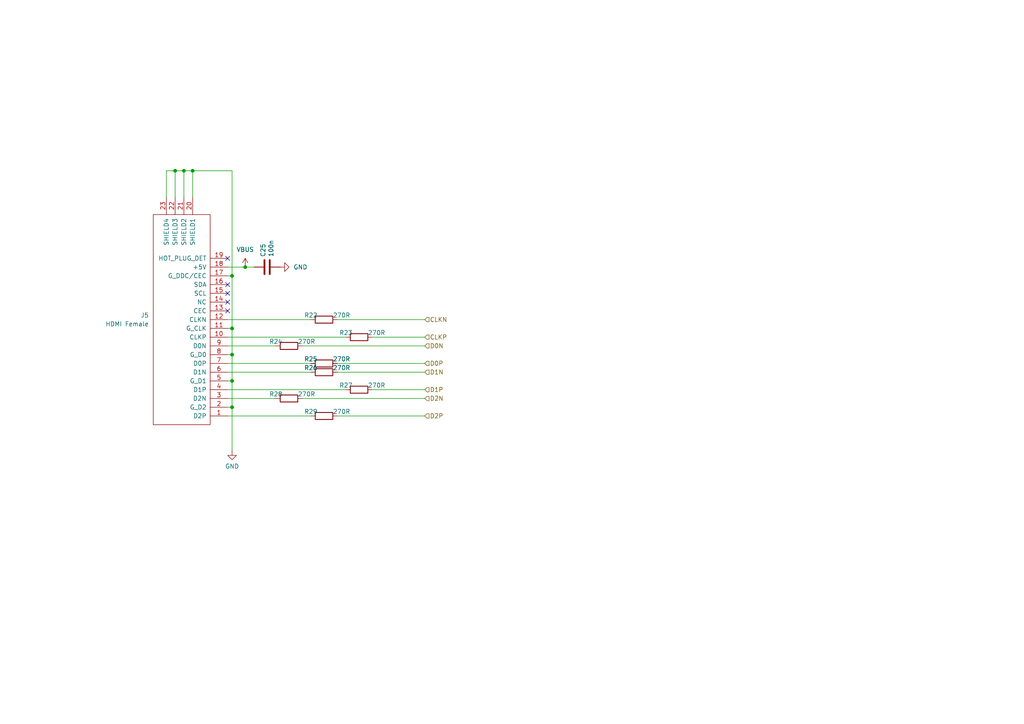
<source format=kicad_sch>
(kicad_sch (version 20250114) (generator "eeschema") (generator_version "9.0")
  (paper "A4")
  (title_block (title "${NAME}") (date "2025-05-25") (rev "${VERSION}") (company "Mikhail Matveev") (comment 1 "https://github.com/xtremespb/frank"))
  (lib_symbols
    (symbol "Device:C" (pin_numbers (hide yes)) (pin_names (offset 0.254))
      (property "Reference" "C" (at 0.635 2.54 0))
      (property "Value" "C" (at 0.635 -2.54 0))
      (symbol "C_0_1"
        (polyline (pts (xy -2.032 0.762) (xy 2.032 0.762)) (stroke (width 0.508)))
        (polyline (pts (xy -2.032 -0.762) (xy 2.032 -0.762)) (stroke (width 0.508)))
      )
      (symbol "C_1_1"
        (pin passive line (at 0 3.81 270) (length 2.794) (name "~") (number "1"))
        (pin passive line (at 0 -3.81 90) (length 2.794) (name "~") (number "2"))
      )
    )
    (symbol "Device:R" (pin_numbers (hide yes)) (pin_names (offset 0))
      (property "Reference" "R" (at 2.032 0 90))
      (property "Value" "R" (at 0 0 90))
      (symbol "R_0_1"
        (rectangle (start -1.016 -2.54) (end 1.016 2.54) (stroke (width 0.254)))
      )
      (symbol "R_1_1"
        (pin passive line (at 0 3.81 270) (length 1.27) (name "~") (number "1"))
        (pin passive line (at 0 -3.81 90) (length 1.27) (name "~") (number "2"))
      )
    )
    (symbol "FRANK:HDMI" (pin_names (offset 1.016))
      (property "Reference" "HDMI1" (at 12.7 -16.5101 0))
      (property "Value" "HDMI" (at 12.7 -13.9701 0))
      (symbol "HDMI_0_1"
        (rectangle (start -5.08 15.24) (end 11.43 -45.72))
      )
      (symbol "HDMI_1_1"
        (pin input line (at -10.16 12.7 0) (length 5.08) (name "D2P") (number "1"))
        (pin input line (at -10.16 10.16 0) (length 5.08) (name "G_D2") (number "2"))
        (pin input line (at -10.16 7.62 0) (length 5.08) (name "D2N") (number "3"))
        (pin input line (at -10.16 5.08 0) (length 5.08) (name "D1P") (number "4"))
        (pin input line (at -10.16 2.54 0) (length 5.08) (name "G_D1") (number "5"))
        (pin input line (at -10.16 0 0) (length 5.08) (name "D1N") (number "6"))
        (pin input line (at -10.16 -2.54 0) (length 5.08) (name "D0P") (number "7"))
        (pin input line (at -10.16 -5.08 0) (length 5.08) (name "G_D0") (number "8"))
        (pin input line (at -10.16 -7.62 0) (length 5.08) (name "D0N") (number "9"))
        (pin input line (at -10.16 -10.16 0) (length 5.08) (name "CLKP") (number "10"))
        (pin input line (at -10.16 -12.7 0) (length 5.08) (name "G_CLK") (number "11"))
        (pin input line (at -10.16 -15.24 0) (length 5.08) (name "CLKN") (number "12"))
        (pin input line (at -10.16 -17.78 0) (length 5.08) (name "CEC") (number "13"))
        (pin input line (at -10.16 -20.32 0) (length 5.08) (name "NC") (number "14"))
        (pin input line (at -10.16 -22.86 0) (length 5.08) (name "SCL") (number "15"))
        (pin input line (at -10.16 -25.4 0) (length 5.08) (name "SDA") (number "16"))
        (pin input line (at -10.16 -27.94 0) (length 5.08) (name "G_DDC/CEC") (number "17"))
        (pin input line (at -10.16 -30.48 0) (length 5.08) (name "+5V") (number "18"))
        (pin input line (at -10.16 -33.02 0) (length 5.08) (name "HOT_PLUG_DET") (number "19"))
        (pin input line (at 0 -50.8 90) (length 5.08) (name "SHIELD1") (number "20"))
        (pin input line (at 2.54 -50.8 90) (length 5.08) (name "SHIELD2") (number "21"))
        (pin input line (at 5.08 -50.8 90) (length 5.08) (name "SHIELD3") (number "22"))
        (pin input line (at 7.62 -50.8 90) (length 5.08) (name "SHIELD4") (number "23"))
      )
    )
    (symbol "GND_1" (power) (pin_numbers (hide yes)) (pin_names (offset 0) (hide yes))
      (property "Value" "GND" (at 0 -3.81 0))
      (symbol "GND_1_0_1"
        (polyline (pts (xy 0 0) (xy 0 -1.27) (xy 1.27 -1.27) (xy 0 -2.54) (xy -1.27 -1.27) (xy 0 -1.27)))
      )
      (symbol "GND_1_1_1"
        (pin power_in line (at 0 0 270) (length 0) (name "~") (number "1"))
      )
    )
    (symbol "power:GND" (power) (pin_numbers (hide yes)) (pin_names (offset 0) (hide yes))
      (property "Value" "GND" (at 0 -3.81 0))
      (symbol "GND_0_1"
        (polyline (pts (xy 0 0) (xy 0 -1.27) (xy 1.27 -1.27) (xy 0 -2.54) (xy -1.27 -1.27) (xy 0 -1.27)))
      )
      (symbol "GND_1_1"
        (pin power_in line (at 0 0 270) (length 0) (name "~") (number "1"))
      )
    )
    (symbol "power:VBUS" (power) (pin_numbers (hide yes)) (pin_names (offset 0) (hide yes))
      (property "Value" "VBUS" (at 0 3.556 0))
      (symbol "VBUS_0_1"
        (polyline (pts (xy -0.762 1.27) (xy 0 2.54)))
        (polyline (pts (xy 0 2.54) (xy 0.762 1.27)))
        (polyline (pts (xy 0 0) (xy 0 2.54)))
      )
      (symbol "VBUS_1_1"
        (pin power_in line (at 0 0 90) (length 0) (name "~") (number "1"))
      )
    )
  )
  (junction (at 71.12 77.47))
  (junction (at 67.31 110.49))
  (junction (at 50.8 49.53))
  (junction (at 67.31 80.01))
  (junction (at 67.31 95.25))
  (junction (at 67.31 118.11))
  (junction (at 55.88 49.53))
  (junction (at 67.31 102.87))
  (junction (at 53.34 49.53))
  (no_connect (at 66.04 90.17))
  (no_connect (at 66.04 85.09))
  (no_connect (at 66.04 87.63))
  (no_connect (at 66.04 74.93))
  (no_connect (at 66.04 82.55))
  (wire (pts (xy 66.04 95.25) (xy 67.31 95.25)))
  (wire (pts (xy 67.31 110.49) (xy 67.31 118.11)))
  (wire (pts (xy 66.04 105.41) (xy 90.17 105.41)))
  (wire (pts (xy 87.63 115.57) (xy 123.19 115.57)))
  (wire (pts (xy 66.04 120.65) (xy 90.17 120.65)))
  (wire (pts (xy 66.04 102.87) (xy 67.31 102.87)))
  (wire (pts (xy 67.31 49.53) (xy 55.88 49.53)))
  (wire (pts (xy 53.34 49.53) (xy 53.34 57.15)))
  (wire (pts (xy 87.63 100.33) (xy 123.19 100.33)))
  (wire (pts (xy 55.88 49.53) (xy 53.34 49.53)))
  (wire (pts (xy 107.95 113.03) (xy 123.19 113.03)))
  (wire (pts (xy 67.31 102.87) (xy 67.31 110.49)))
  (wire (pts (xy 67.31 95.25) (xy 67.31 102.87)))
  (wire (pts (xy 97.79 107.95) (xy 123.19 107.95)))
  (wire (pts (xy 50.8 49.53) (xy 50.8 57.15)))
  (wire (pts (xy 66.04 92.71) (xy 90.17 92.71)))
  (wire (pts (xy 66.04 77.47) (xy 71.12 77.47)))
  (wire (pts (xy 66.04 113.03) (xy 100.33 113.03)))
  (wire (pts (xy 66.04 118.11) (xy 67.31 118.11)))
  (wire (pts (xy 67.31 118.11) (xy 67.31 130.81)))
  (wire (pts (xy 97.79 92.71) (xy 123.19 92.71)))
  (wire (pts (xy 97.79 105.41) (xy 123.19 105.41)))
  (wire (pts (xy 67.31 95.25) (xy 67.31 80.01)))
  (wire (pts (xy 50.8 49.53) (xy 48.26 49.53)))
  (wire (pts (xy 66.04 110.49) (xy 67.31 110.49)))
  (wire (pts (xy 66.04 80.01) (xy 67.31 80.01)))
  (wire (pts (xy 66.04 97.79) (xy 100.33 97.79)))
  (wire (pts (xy 67.31 80.01) (xy 67.31 49.53)))
  (wire (pts (xy 71.12 77.47) (xy 73.66 77.47)))
  (wire (pts (xy 107.95 97.79) (xy 123.19 97.79)))
  (wire (pts (xy 66.04 115.57) (xy 80.01 115.57)))
  (wire (pts (xy 53.34 49.53) (xy 50.8 49.53)))
  (wire (pts (xy 66.04 107.95) (xy 90.17 107.95)))
  (wire (pts (xy 48.26 49.53) (xy 48.26 57.15)))
  (wire (pts (xy 55.88 49.53) (xy 55.88 57.15)))
  (wire (pts (xy 97.79 120.65) (xy 123.19 120.65)))
  (wire (pts (xy 66.04 100.33) (xy 80.01 100.33)))
  (hierarchical_label "D2P" (shape input) (at 123.19 120.65 0))
  (hierarchical_label "CLKP" (shape input) (at 123.19 97.79 0))
  (hierarchical_label "D2N" (shape input) (at 123.19 115.57 0))
  (hierarchical_label "CLKN" (shape input) (at 123.19 92.71 0))
  (hierarchical_label "D0P" (shape input) (at 123.19 105.41 0))
  (hierarchical_label "D1P" (shape input) (at 123.19 113.03 0))
  (hierarchical_label "D0N" (shape input) (at 123.19 100.33 0))
  (hierarchical_label "D1N" (shape input) (at 123.19 107.95 0))
  (symbol (lib_id "Device:R") (at 93.98 105.41 90) (unit 1)
    (property "Reference" "R25" (at 90.17 104.14 90))
    (property "Value" "270R" (at 99.06 104.14 90))
    (property "Footprint" "FRANK:Resistor (0805)" (effects (hide yes)))
    (property "Datasheet" "https://www.vishay.com/docs/28952/mcs0402at-mct0603at-mcu0805at-mca1206at.pdf" (effects (hide yes)))
    (property "AliExpress" "https://www.aliexpress.com/item/1005005945735199.html" (effects (hide yes)))
  )
  (symbol (lib_id "Device:R") (at 104.14 113.03 90) (unit 1)
    (property "Reference" "R27" (at 100.33 111.76 90))
    (property "Value" "270R" (at 109.22 111.76 90))
    (property "Footprint" "FRANK:Resistor (0805)" (effects (hide yes)))
    (property "Datasheet" "https://www.vishay.com/docs/28952/mcs0402at-mct0603at-mcu0805at-mca1206at.pdf" (effects (hide yes)))
    (property "AliExpress" "https://www.aliexpress.com/item/1005005945735199.html" (effects (hide yes)))
  )
  (symbol (lib_id "Device:R") (at 93.98 92.71 90) (unit 1)
    (property "Reference" "R22" (at 90.17 91.44 90))
    (property "Value" "270R" (at 99.06 91.44 90))
    (property "Footprint" "FRANK:Resistor (0805)" (effects (hide yes)))
    (property "Datasheet" "https://www.vishay.com/docs/28952/mcs0402at-mct0603at-mcu0805at-mca1206at.pdf" (effects (hide yes)))
    (property "AliExpress" "https://www.aliexpress.com/item/1005005945735199.html" (effects (hide yes)))
  )
  (symbol (lib_id "power:VBUS") (at 71.12 77.47 0) (unit 1)
    (property "Reference" "#PWR062" (effects (hide yes)))
    (property "Value" "VBUS" (at 71.12 72.39 0))
    (property "Description" "Power symbol creates a global label with name \"VBUS\"" (effects (hide yes)))
  )
  (symbol (lib_id "Device:R") (at 93.98 107.95 90) (unit 1)
    (property "Reference" "R26" (at 90.17 106.68 90))
    (property "Value" "270R" (at 99.06 106.68 90))
    (property "Footprint" "FRANK:Resistor (0805)" (effects (hide yes)))
    (property "Datasheet" "https://www.vishay.com/docs/28952/mcs0402at-mct0603at-mcu0805at-mca1206at.pdf" (effects (hide yes)))
    (property "AliExpress" "https://www.aliexpress.com/item/1005005945735199.html" (effects (hide yes)))
  )
  (symbol (lib_id "Device:C") (at 77.47 77.47 90) (unit 1)
    (property "Reference" "C25" (at 76.3016 74.549 0) (effects (justify left)))
    (property "Value" "100n" (at 78.613 74.549 0) (effects (justify left)))
    (property "Footprint" "FRANK:Capacitor (0805)" (effects (hide yes)))
    (property "Datasheet" "https://eu.mouser.com/datasheet/2/40/KGM_X7R-3223212.pdf" (effects (hide yes)))
    (property "AliExpress" "https://www.aliexpress.com/item/33008008276.html" (effects (hide yes)))
  )
  (symbol (lib_id "Device:R") (at 83.82 100.33 90) (unit 1)
    (property "Reference" "R24" (at 80.01 99.06 90))
    (property "Value" "270R" (at 88.9 99.06 90))
    (property "Footprint" "FRANK:Resistor (0805)" (effects (hide yes)))
    (property "Datasheet" "https://www.vishay.com/docs/28952/mcs0402at-mct0603at-mcu0805at-mca1206at.pdf" (effects (hide yes)))
    (property "AliExpress" "https://www.aliexpress.com/item/1005005945735199.html" (effects (hide yes)))
  )
  (symbol (lib_id "power:GND") (at 67.31 130.81 0) (unit 1)
    (property "Reference" "#PWR064" (effects (hide yes)))
    (property "Value" "GND" (at 67.31 135.2534 0))
    (property "Description" "Power symbol creates a global label with name \"GND\" , ground" (effects (hide yes)))
  )
  (symbol (lib_name "GND_1") (lib_id "power:GND") (at 81.28 77.47 90) (unit 1)
    (property "Reference" "#PWR063" (effects (hide yes)))
    (property "Value" "GND" (at 85.09 77.4699 90) (effects (justify right)))
    (property "Description" "Power symbol creates a global label with name \"GND\" , ground" (effects (hide yes)))
  )
  (symbol (lib_id "Device:R") (at 104.14 97.79 90) (unit 1)
    (property "Reference" "R23" (at 100.33 96.52 90))
    (property "Value" "270R" (at 109.22 96.52 90))
    (property "Footprint" "FRANK:Resistor (0805)" (effects (hide yes)))
    (property "Datasheet" "https://www.vishay.com/docs/28952/mcs0402at-mct0603at-mcu0805at-mca1206at.pdf" (effects (hide yes)))
    (property "AliExpress" "https://www.aliexpress.com/item/1005005945735199.html" (effects (hide yes)))
  )
  (symbol (lib_id "FRANK:HDMI") (at 55.88 107.95 180) (unit 1)
    (property "Reference" "J5" (at 43.18 91.4399 0) (effects (justify left)))
    (property "Value" "HDMI Female" (at 43.18 93.9799 0) (effects (justify left)))
    (property "Footprint" "FRANK:HDMI (female)" (effects (hide yes)))
    (property "Datasheet" "https://eu.mouser.com/datasheet/2/418/8/ENG_CD_1747981_G-2018509.pdf" (effects (hide yes)))
    (property "AliExpress" "https://www.aliexpress.com/item/1005005248842433.html" (effects (hide yes)))
  )
  (symbol (lib_id "Device:R") (at 93.98 120.65 90) (unit 1)
    (property "Reference" "R29" (at 90.17 119.38 90))
    (property "Value" "270R" (at 99.06 119.38 90))
    (property "Footprint" "FRANK:Resistor (0805)" (effects (hide yes)))
    (property "Datasheet" "https://www.vishay.com/docs/28952/mcs0402at-mct0603at-mcu0805at-mca1206at.pdf" (effects (hide yes)))
    (property "AliExpress" "https://www.aliexpress.com/item/1005005945735199.html" (effects (hide yes)))
  )
  (symbol (lib_id "Device:R") (at 83.82 115.57 90) (unit 1)
    (property "Reference" "R28" (at 80.01 114.3 90))
    (property "Value" "270R" (at 88.9 114.3 90))
    (property "Footprint" "FRANK:Resistor (0805)" (effects (hide yes)))
    (property "Datasheet" "https://www.vishay.com/docs/28952/mcs0402at-mct0603at-mcu0805at-mca1206at.pdf" (effects (hide yes)))
    (property "AliExpress" "https://www.aliexpress.com/item/1005005945735199.html" (effects (hide yes)))
  )
)
</source>
